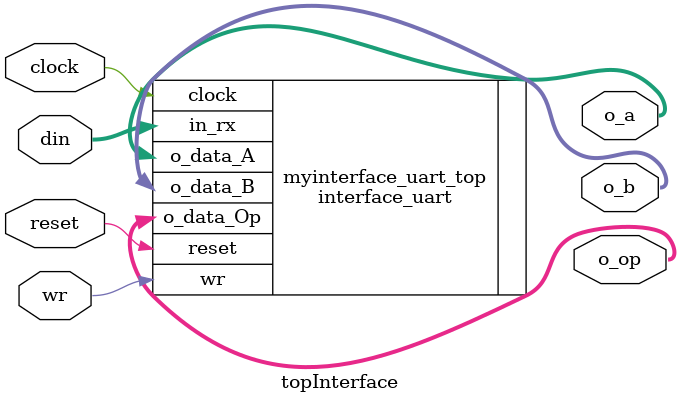
<source format=v>
`timescale 1ns / 1ps

module topInterface
#(
    parameter   NB_DATA         = 8    // cantidad de datos a recibircarse al centro del bit de dato // agrege
)
(
    /* outputs */
    output  wire     [NB_DATA -1 :0] o_a,
    output  wire     [NB_DATA -1 :0] o_b,
    output  wire     [NB_DATA -1 :0] o_op,
    /* imputs */
    input   wire     [NB_DATA -1 :0] din,
    input   wire     wr,
    input   wire     clock,
    input   wire     reset
);

    interface_uart myinterface_uart_top (
        .in_rx(din),       .wr(wr),              
        .o_data_A(o_a),    .o_data_B(o_b),
        .o_data_Op(o_op) , 
        .clock(clock),      .reset(reset)
        );
                           
endmodule

</source>
